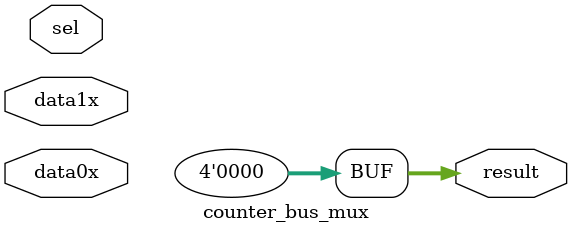
<source format=v>
module counter_bus_mux(	// file.cleaned.mlir:2:3
  input  [3:0] data0x,	// file.cleaned.mlir:2:33
               data1x,	// file.cleaned.mlir:2:50
  input        sel,	// file.cleaned.mlir:2:67
  output [3:0] result	// file.cleaned.mlir:2:82
);

  assign result = 4'h0;	// file.cleaned.mlir:3:14, :4:5
endmodule


</source>
